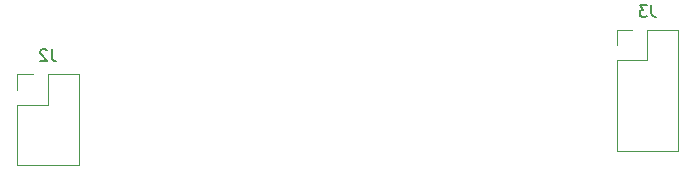
<source format=gbr>
%TF.GenerationSoftware,KiCad,Pcbnew,(7.0.0)*%
%TF.CreationDate,2023-04-21T00:37:14-06:00*%
%TF.ProjectId,Phase_B_Prototype,50686173-655f-4425-9f50-726f746f7479,rev?*%
%TF.SameCoordinates,Original*%
%TF.FileFunction,Legend,Bot*%
%TF.FilePolarity,Positive*%
%FSLAX46Y46*%
G04 Gerber Fmt 4.6, Leading zero omitted, Abs format (unit mm)*
G04 Created by KiCad (PCBNEW (7.0.0)) date 2023-04-21 00:37:14*
%MOMM*%
%LPD*%
G01*
G04 APERTURE LIST*
%ADD10C,0.150000*%
%ADD11C,0.120000*%
G04 APERTURE END LIST*
D10*
%TO.C,J2*%
X211813333Y-115267380D02*
X211813333Y-115981666D01*
X211813333Y-115981666D02*
X211860952Y-116124523D01*
X211860952Y-116124523D02*
X211956190Y-116219761D01*
X211956190Y-116219761D02*
X212099047Y-116267380D01*
X212099047Y-116267380D02*
X212194285Y-116267380D01*
X211384761Y-115362619D02*
X211337142Y-115315000D01*
X211337142Y-115315000D02*
X211241904Y-115267380D01*
X211241904Y-115267380D02*
X211003809Y-115267380D01*
X211003809Y-115267380D02*
X210908571Y-115315000D01*
X210908571Y-115315000D02*
X210860952Y-115362619D01*
X210860952Y-115362619D02*
X210813333Y-115457857D01*
X210813333Y-115457857D02*
X210813333Y-115553095D01*
X210813333Y-115553095D02*
X210860952Y-115695952D01*
X210860952Y-115695952D02*
X211432380Y-116267380D01*
X211432380Y-116267380D02*
X210813333Y-116267380D01*
%TO.C,J3*%
X262563333Y-111517380D02*
X262563333Y-112231666D01*
X262563333Y-112231666D02*
X262610952Y-112374523D01*
X262610952Y-112374523D02*
X262706190Y-112469761D01*
X262706190Y-112469761D02*
X262849047Y-112517380D01*
X262849047Y-112517380D02*
X262944285Y-112517380D01*
X262182380Y-111517380D02*
X261563333Y-111517380D01*
X261563333Y-111517380D02*
X261896666Y-111898333D01*
X261896666Y-111898333D02*
X261753809Y-111898333D01*
X261753809Y-111898333D02*
X261658571Y-111945952D01*
X261658571Y-111945952D02*
X261610952Y-111993571D01*
X261610952Y-111993571D02*
X261563333Y-112088809D01*
X261563333Y-112088809D02*
X261563333Y-112326904D01*
X261563333Y-112326904D02*
X261610952Y-112422142D01*
X261610952Y-112422142D02*
X261658571Y-112469761D01*
X261658571Y-112469761D02*
X261753809Y-112517380D01*
X261753809Y-112517380D02*
X262039523Y-112517380D01*
X262039523Y-112517380D02*
X262134761Y-112469761D01*
X262134761Y-112469761D02*
X262182380Y-112422142D01*
D11*
%TO.C,J2*%
X214080000Y-117340000D02*
X214080000Y-125080000D01*
X214080000Y-117340000D02*
X211480000Y-117340000D01*
X214080000Y-125080000D02*
X208880000Y-125080000D01*
X211480000Y-117340000D02*
X211480000Y-119940000D01*
X211480000Y-119940000D02*
X208880000Y-119940000D01*
X210210000Y-117340000D02*
X208880000Y-117340000D01*
X208880000Y-117340000D02*
X208880000Y-118670000D01*
X208880000Y-119940000D02*
X208880000Y-125080000D01*
%TO.C,J3*%
X264830000Y-123870000D02*
X259630000Y-123870000D01*
X264830000Y-113590000D02*
X264830000Y-123870000D01*
X264830000Y-113590000D02*
X262230000Y-113590000D01*
X262230000Y-116190000D02*
X259630000Y-116190000D01*
X262230000Y-113590000D02*
X262230000Y-116190000D01*
X260960000Y-113590000D02*
X259630000Y-113590000D01*
X259630000Y-116190000D02*
X259630000Y-123870000D01*
X259630000Y-113590000D02*
X259630000Y-114920000D01*
%TD*%
M02*

</source>
